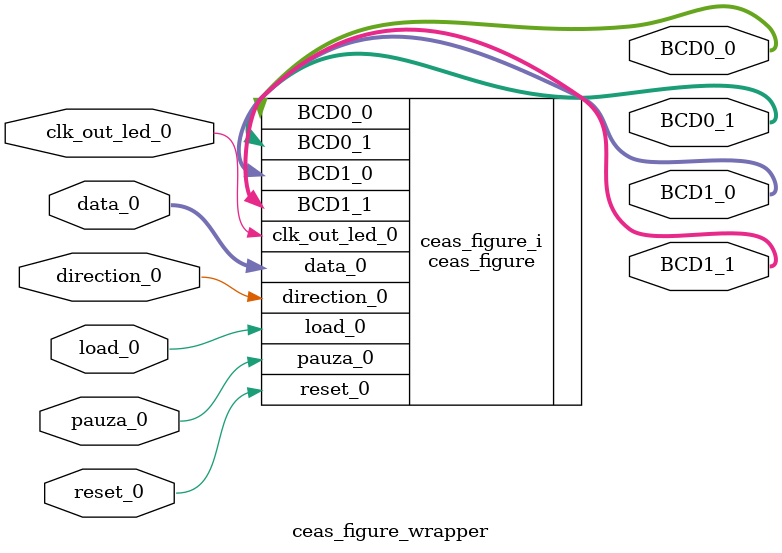
<source format=v>
`timescale 1 ps / 1 ps

module ceas_figure_wrapper
   (BCD0_0,
    BCD0_1,
    BCD1_0,
    BCD1_1,
    clk_out_led_0,
    data_0,
    direction_0,
    load_0,
    pauza_0,
    reset_0);
  output [3:0]BCD0_0;
  output [3:0]BCD0_1;
  output [3:0]BCD1_0;
  output [3:0]BCD1_1;
  input clk_out_led_0;
  input [5:0]data_0;
  input direction_0;
  input load_0;
  input pauza_0;
  input reset_0;

  wire [3:0]BCD0_0;
  wire [3:0]BCD0_1;
  wire [3:0]BCD1_0;
  wire [3:0]BCD1_1;
  wire clk_out_led_0;
  wire [5:0]data_0;
  wire direction_0;
  wire load_0;
  wire pauza_0;
  wire reset_0;

  ceas_figure ceas_figure_i
       (.BCD0_0(BCD0_0),
        .BCD0_1(BCD0_1),
        .BCD1_0(BCD1_0),
        .BCD1_1(BCD1_1),
        .clk_out_led_0(clk_out_led_0),
        .data_0(data_0),
        .direction_0(direction_0),
        .load_0(load_0),
        .pauza_0(pauza_0),
        .reset_0(reset_0));
endmodule

</source>
